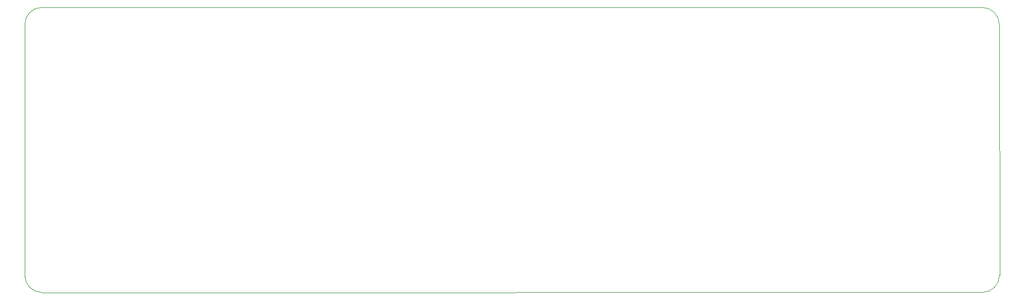
<source format=gm1>
G04 #@! TF.GenerationSoftware,KiCad,Pcbnew,(5.1.9-0-10_14)*
G04 #@! TF.CreationDate,2021-05-12T02:12:47+02:00*
G04 #@! TF.ProjectId,mainboard_v2,6d61696e-626f-4617-9264-5f76322e6b69,rev?*
G04 #@! TF.SameCoordinates,Original*
G04 #@! TF.FileFunction,Profile,NP*
%FSLAX46Y46*%
G04 Gerber Fmt 4.6, Leading zero omitted, Abs format (unit mm)*
G04 Created by KiCad (PCBNEW (5.1.9-0-10_14)) date 2021-05-12 02:12:47*
%MOMM*%
%LPD*%
G01*
G04 APERTURE LIST*
G04 #@! TA.AperFunction,Profile*
%ADD10C,0.120000*%
G04 #@! TD*
G04 APERTURE END LIST*
D10*
X214884000Y-124738000D02*
G75*
G02*
X212114000Y-127508000I-2770000J0D01*
G01*
X212090000Y-81510000D02*
G75*
G02*
X214860000Y-84280000I0J-2770000D01*
G01*
X57960000Y-84280000D02*
G75*
G02*
X60730000Y-81510000I2770000J0D01*
G01*
X60730000Y-127532000D02*
G75*
G02*
X57960000Y-124762000I0J2770000D01*
G01*
X212114000Y-127508000D02*
X60730000Y-127532000D01*
X214860000Y-84280000D02*
X214884000Y-124738000D01*
X57960000Y-84280000D02*
X57960000Y-124762000D01*
X60730000Y-81510000D02*
X212090000Y-81510000D01*
M02*

</source>
